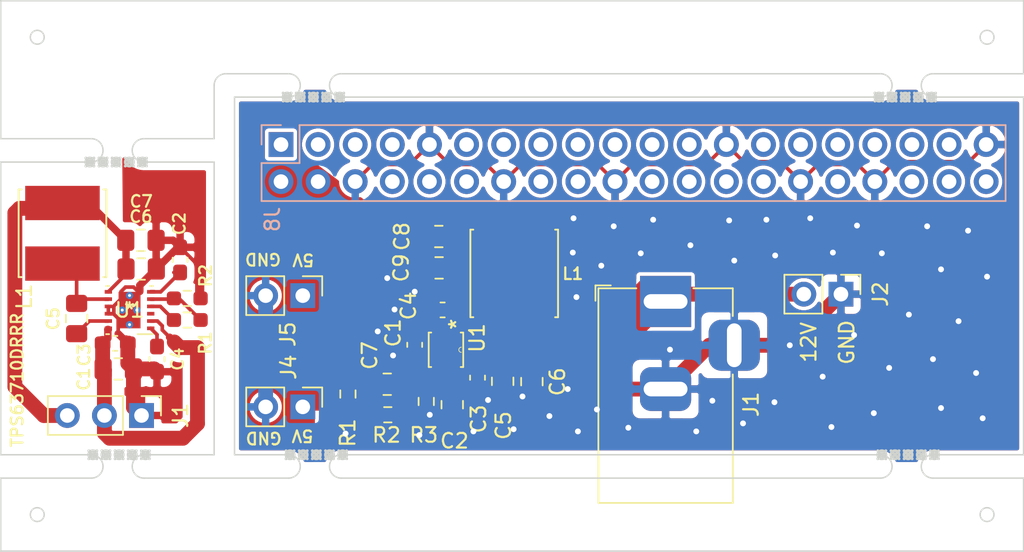
<source format=kicad_pcb>
(kicad_pcb (version 20171130) (host pcbnew "(5.1.6-0-10_14)")
  (layers (0 F.Cu signal hide) (31 B.Cu signal hide) (34 B.Paste user hide) (35 F.Paste user) (36 B.SilkS user hide) (37 F.SilkS user) (38 B.Mask user hide) (39 F.Mask user) (44 Edge.Cuts user))
  (net 0 "")
  (net 1 GND)
  (net 2 12V)
  (net 3 5V)
  (net 4 "Net-(J8-Pad40)")
  (net 5 "Net-(J8-Pad38)")
  (net 6 "Net-(J8-Pad37)")
  (net 7 "Net-(J8-Pad36)")
  (net 8 "Net-(J8-Pad35)")
  (net 9 "Net-(J8-Pad33)")
  (net 10 "Net-(J8-Pad32)")
  (net 11 "Net-(J8-Pad31)")
  (net 12 "Net-(J8-Pad29)")
  (net 13 "Net-(J8-Pad28)")
  (net 14 "Net-(J8-Pad27)")
  (net 15 "Net-(J8-Pad26)")
  (net 16 "Net-(J8-Pad24)")
  (net 17 "Net-(J8-Pad23)")
  (net 18 "Net-(J8-Pad22)")
  (net 19 "Net-(J8-Pad21)")
  (net 20 "Net-(J8-Pad19)")
  (net 21 "Net-(J8-Pad18)")
  (net 22 "Net-(J8-Pad17)")
  (net 23 "Net-(J8-Pad16)")
  (net 24 "Net-(J8-Pad15)")
  (net 25 "Net-(J8-Pad13)")
  (net 26 "Net-(J8-Pad12)")
  (net 27 "Net-(J8-Pad11)")
  (net 28 "Net-(J8-Pad10)")
  (net 29 "Net-(J8-Pad8)")
  (net 30 "Net-(J8-Pad7)")
  (net 31 "Net-(J8-Pad5)")
  (net 32 "Net-(J8-Pad3)")
  (net 33 "Net-(J8-Pad1)")
  (net 34 /SS)
  (net 35 "Net-(C2-Pad2)")
  (net 36 "Net-(C4-Pad1)")
  (net 37 "Net-(C4-Pad2)")
  (net 38 /FB)
  (net 39 "Net-(R1-Pad2)")
  (net 40 3V3)
  (net 41 "Net-(C2-Pad1)")
  (net 42 "Net-(C5-Pad1)")
  (net 43 "Net-(C5-Pad2)")
  (net 44 -1V)
  (net 45 "Net-(R1-Pad1)")
  (net 46 "Net-(U1-Pad3)")
  (module Ninja-qPCR:BD9D323QWZ-E2 (layer F.Cu) (at 137.97 79.31 270)
    (fp_text reference U1 (at -0.81 -2.13 270) (layer F.SilkS))
    (fp_text value UMMP008Z2020_ROM hide)
    (fp_text user * (at -1.75 -0.75 270) (layer F.SilkS))
    (pad 1 smd rect (at -0.775 -0.599999 270) (size 0.4572 0.254) (layers F.Cu F.Paste F.Mask) (net 2 12V))
    (pad 2 smd rect (at -0.775 -0.2 270) (size 0.4572 0.254) (layers F.Cu F.Paste F.Mask) (net 37 "Net-(C4-Pad2)"))
    (pad 3 smd rect (at -0.775 0.2 270) (size 0.4572 0.254) (layers F.Cu F.Paste F.Mask) (net 36 "Net-(C4-Pad1)"))
    (pad 4 smd rect (at -0.775 0.599999 270) (size 0.4572 0.254) (layers F.Cu F.Paste F.Mask) (net 1 GND))
    (pad 5 smd rect (at 0.775 0.599999 270) (size 0.4572 0.254) (layers F.Cu F.Paste F.Mask) (net 34 /SS))
    (pad 6 smd rect (at 0.775 0.2 270) (size 0.4572 0.254) (layers F.Cu F.Paste F.Mask) (net 38 /FB))
    (pad 7 smd rect (at 0.775 -0.2 270) (size 0.4572 0.254) (layers F.Cu F.Paste F.Mask) (net 35 "Net-(C2-Pad2)"))
    (pad 8 smd rect (at 0.775 -0.599999 270) (size 0.4572 0.254) (layers F.Cu F.Paste F.Mask) (net 2 12V))
    (pad 9 smd rect (at 0 0.648 270) (size 0.8382 0.7112) (layers F.Cu F.Paste F.Mask) (net 1 GND))
  )
  (module Capacitor_SMD:C_0805_2012Metric_Pad1.18x1.45mm_HandSolder (layer F.Cu) (at 137.48 71.55)
    (fp_text reference C8 (at -2.53 0 -90) (layer F.SilkS))
    (fp_text value 22uF)
    (pad 1 smd roundrect (at -1.0375 0) (size 1.175 1.45) (layers F.Cu F.Paste F.Mask) (roundrect_rratio 0.212766) (net 1 GND))
    (pad 2 smd roundrect (at 1.0375 0) (size 1.175 1.45) (layers F.Cu F.Paste F.Mask) (roundrect_rratio 0.212766) (net 3 5V))
  )
  (module Pin_Headers:Pin_Header_Straight_2x20_Pitch2.54mm (layer B.Cu) (at 126.68 65.25 270)
    (fp_text reference J8 (at 5.13 0.59 270) (layer B.SilkS) (effects (justify mirror)))
    (fp_text value Conn_02x20_Odd_Even)
    (pad 40 thru_hole oval (at 2.54 -48.26 270) (size 1.7 1.7) (drill 1) (layers *.Cu *.Mask) (net 4 "Net-(J8-Pad40)"))
    (pad 39 thru_hole oval (at 0 -48.26 270) (size 1.7 1.7) (drill 1) (layers *.Cu *.Mask) (net 1 GND))
    (pad 38 thru_hole oval (at 2.54 -45.72 270) (size 1.7 1.7) (drill 1) (layers *.Cu *.Mask) (net 5 "Net-(J8-Pad38)"))
    (pad 37 thru_hole oval (at 0 -45.72 270) (size 1.7 1.7) (drill 1) (layers *.Cu *.Mask) (net 6 "Net-(J8-Pad37)"))
    (pad 36 thru_hole oval (at 2.54 -43.18 270) (size 1.7 1.7) (drill 1) (layers *.Cu *.Mask) (net 7 "Net-(J8-Pad36)"))
    (pad 35 thru_hole oval (at 0 -43.18 270) (size 1.7 1.7) (drill 1) (layers *.Cu *.Mask) (net 8 "Net-(J8-Pad35)"))
    (pad 34 thru_hole oval (at 2.54 -40.64 270) (size 1.7 1.7) (drill 1) (layers *.Cu *.Mask) (net 1 GND))
    (pad 33 thru_hole oval (at 0 -40.64 270) (size 1.7 1.7) (drill 1) (layers *.Cu *.Mask) (net 9 "Net-(J8-Pad33)"))
    (pad 32 thru_hole oval (at 2.54 -38.1 270) (size 1.7 1.7) (drill 1) (layers *.Cu *.Mask) (net 10 "Net-(J8-Pad32)"))
    (pad 31 thru_hole oval (at 0 -38.1 270) (size 1.7 1.7) (drill 1) (layers *.Cu *.Mask) (net 11 "Net-(J8-Pad31)"))
    (pad 30 thru_hole oval (at 2.54 -35.56 270) (size 1.7 1.7) (drill 1) (layers *.Cu *.Mask) (net 1 GND))
    (pad 29 thru_hole oval (at 0 -35.56 270) (size 1.7 1.7) (drill 1) (layers *.Cu *.Mask) (net 12 "Net-(J8-Pad29)"))
    (pad 28 thru_hole oval (at 2.54 -33.02 270) (size 1.7 1.7) (drill 1) (layers *.Cu *.Mask) (net 13 "Net-(J8-Pad28)"))
    (pad 27 thru_hole oval (at 0 -33.02 270) (size 1.7 1.7) (drill 1) (layers *.Cu *.Mask) (net 14 "Net-(J8-Pad27)"))
    (pad 26 thru_hole oval (at 2.54 -30.48 270) (size 1.7 1.7) (drill 1) (layers *.Cu *.Mask) (net 15 "Net-(J8-Pad26)"))
    (pad 25 thru_hole oval (at 0 -30.48 270) (size 1.7 1.7) (drill 1) (layers *.Cu *.Mask) (net 1 GND))
    (pad 24 thru_hole oval (at 2.54 -27.94 270) (size 1.7 1.7) (drill 1) (layers *.Cu *.Mask) (net 16 "Net-(J8-Pad24)"))
    (pad 23 thru_hole oval (at 0 -27.94 270) (size 1.7 1.7) (drill 1) (layers *.Cu *.Mask) (net 17 "Net-(J8-Pad23)"))
    (pad 22 thru_hole oval (at 2.54 -25.4 270) (size 1.7 1.7) (drill 1) (layers *.Cu *.Mask) (net 18 "Net-(J8-Pad22)"))
    (pad 21 thru_hole oval (at 0 -25.4 270) (size 1.7 1.7) (drill 1) (layers *.Cu *.Mask) (net 19 "Net-(J8-Pad21)"))
    (pad 20 thru_hole oval (at 2.54 -22.86 270) (size 1.7 1.7) (drill 1) (layers *.Cu *.Mask) (net 1 GND))
    (pad 19 thru_hole oval (at 0 -22.86 270) (size 1.7 1.7) (drill 1) (layers *.Cu *.Mask) (net 20 "Net-(J8-Pad19)"))
    (pad 18 thru_hole oval (at 2.54 -20.32 270) (size 1.7 1.7) (drill 1) (layers *.Cu *.Mask) (net 21 "Net-(J8-Pad18)"))
    (pad 17 thru_hole oval (at 0 -20.32 270) (size 1.7 1.7) (drill 1) (layers *.Cu *.Mask) (net 22 "Net-(J8-Pad17)"))
    (pad 16 thru_hole oval (at 2.54 -17.78 270) (size 1.7 1.7) (drill 1) (layers *.Cu *.Mask) (net 23 "Net-(J8-Pad16)"))
    (pad 15 thru_hole oval (at 0 -17.78 270) (size 1.7 1.7) (drill 1) (layers *.Cu *.Mask) (net 24 "Net-(J8-Pad15)"))
    (pad 14 thru_hole oval (at 2.54 -15.24 270) (size 1.7 1.7) (drill 1) (layers *.Cu *.Mask) (net 1 GND))
    (pad 13 thru_hole oval (at 0 -15.24 270) (size 1.7 1.7) (drill 1) (layers *.Cu *.Mask) (net 25 "Net-(J8-Pad13)"))
    (pad 12 thru_hole oval (at 2.54 -12.7 270) (size 1.7 1.7) (drill 1) (layers *.Cu *.Mask) (net 26 "Net-(J8-Pad12)"))
    (pad 11 thru_hole oval (at 0 -12.7 270) (size 1.7 1.7) (drill 1) (layers *.Cu *.Mask) (net 27 "Net-(J8-Pad11)"))
    (pad 10 thru_hole oval (at 2.54 -10.16 270) (size 1.7 1.7) (drill 1) (layers *.Cu *.Mask) (net 28 "Net-(J8-Pad10)"))
    (pad 9 thru_hole oval (at 0 -10.16 270) (size 1.7 1.7) (drill 1) (layers *.Cu *.Mask) (net 1 GND))
    (pad 8 thru_hole oval (at 2.54 -7.62 270) (size 1.7 1.7) (drill 1) (layers *.Cu *.Mask) (net 29 "Net-(J8-Pad8)"))
    (pad 7 thru_hole oval (at 0 -7.62 270) (size 1.7 1.7) (drill 1) (layers *.Cu *.Mask) (net 30 "Net-(J8-Pad7)"))
    (pad 6 thru_hole oval (at 2.54 -5.08 270) (size 1.7 1.7) (drill 1) (layers *.Cu *.Mask) (net 1 GND))
    (pad 5 thru_hole oval (at 0 -5.08 270) (size 1.7 1.7) (drill 1) (layers *.Cu *.Mask) (net 31 "Net-(J8-Pad5)"))
    (pad 4 thru_hole oval (at 2.54 -2.54 270) (size 1.7 1.7) (drill 1) (layers *.Cu *.Mask) (net 3 5V))
    (pad 3 thru_hole oval (at 0 -2.54 270) (size 1.7 1.7) (drill 1) (layers *.Cu *.Mask) (net 32 "Net-(J8-Pad3)"))
    (pad 2 thru_hole oval (at 2.54 0 270) (size 1.7 1.7) (drill 1) (layers *.Cu *.Mask) (net 3 5V))
    (pad 1 thru_hole rect (at 0 0 270) (size 1.7 1.7) (drill 1) (layers *.Cu *.Mask) (net 33 "Net-(J8-Pad1)"))
  )
  (module Connector_BarrelJack:BarrelJack_Horizontal (layer F.Cu) (at 153 76 90)
    (fp_text reference J1 (at -7.05 5.85 90) (layer F.SilkS))
    (fp_text value Barrel_Jack_Switch)
    (pad 3 thru_hole roundrect (at -3 4.7 90) (size 3.5 3.5) (drill oval 3 1) (layers *.Cu *.Mask) (net 1 GND))
    (pad 2 thru_hole roundrect (at -6 0 90) (size 3 3.5) (drill oval 1 3) (layers *.Cu *.Mask) (net 1 GND))
    (pad 1 thru_hole rect (at 0 0 90) (size 3.5 3.5) (drill oval 1 3) (layers *.Cu *.Mask) (net 2 12V))
  )
  (module Pin_Headers:Pin_Header_Straight_1x02_Pitch2.54mm (layer F.Cu) (at 165 75.5 270)
    (fp_text reference J2 (at 0 -2.7 90) (layer F.SilkS))
    (fp_text value Conn_01x02_Female)
    (pad 1 thru_hole rect (at 0 0 270) (size 1.7 1.7) (drill 1) (layers *.Cu *.Mask) (net 1 GND))
    (pad 2 thru_hole oval (at 0 2.54 270) (size 1.7 1.7) (drill 1) (layers *.Cu *.Mask) (net 2 12V))
  )
  (module Pin_Headers:Pin_Header_Straight_1x02_Pitch2.54mm (layer F.Cu) (at 128.17 83.22 270)
    (fp_text reference J4 (at -2.72 0.97 90) (layer F.SilkS))
    (fp_text value Conn_01x02_Female)
    (pad 1 thru_hole rect (at 0 0 270) (size 1.7 1.7) (drill 1) (layers *.Cu *.Mask) (net 3 5V))
    (pad 2 thru_hole oval (at 0 2.54 270) (size 1.7 1.7) (drill 1) (layers *.Cu *.Mask) (net 1 GND))
  )
  (module Pin_Headers:Pin_Header_Straight_1x02_Pitch2.54mm (layer F.Cu) (at 128.17 75.6 270)
    (fp_text reference J5 (at 2.65 1.02 90) (layer F.SilkS))
    (fp_text value Conn_01x02_Female)
    (pad 1 thru_hole rect (at 0 0 270) (size 1.7 1.7) (drill 1) (layers *.Cu *.Mask) (net 3 5V))
    (pad 2 thru_hole oval (at 0 2.54 270) (size 1.7 1.7) (drill 1) (layers *.Cu *.Mask) (net 1 GND))
  )
  (module Capacitor_SMD:C_0603_1608Metric_Pad1.08x0.95mm_HandSolder (layer F.Cu) (at 135.83 78.97 270)
    (fp_text reference C1 (at -0.82 1.48 90) (layer F.SilkS))
    (fp_text value 330pF)
    (pad 2 smd roundrect (at 0.8625 0 270) (size 1.075 0.95) (layers F.Cu F.Paste F.Mask) (net 34 /SS))
    (pad 1 smd roundrect (at -0.8625 0 270) (size 1.075 0.95) (layers F.Cu F.Paste F.Mask) (net 1 GND))
  )
  (module Capacitor_SMD:C_0805_2012Metric_Pad1.18x1.45mm_HandSolder (layer F.Cu) (at 138.4 83.07 90)
    (fp_text reference C2 (at -2.48 0.15) (layer F.SilkS))
    (fp_text value 1uF)
    (pad 2 smd roundrect (at 1.0375 0 90) (size 1.175 1.45) (layers F.Cu F.Paste F.Mask) (roundrect_rratio 0.212766) (net 35 "Net-(C2-Pad2)"))
    (pad 1 smd roundrect (at -1.0375 0 90) (size 1.175 1.45) (layers F.Cu F.Paste F.Mask) (roundrect_rratio 0.212766) (net 1 GND))
  )
  (module Capacitor_SMD:C_0603_1608Metric_Pad1.08x0.95mm_HandSolder (layer F.Cu) (at 140.13 81.22 90)
    (fp_text reference C3 (at -2.83 0.07 90) (layer F.SilkS))
    (fp_text value 0.1uF)
    (pad 1 smd roundrect (at -0.8625 0 90) (size 1.075 0.95) (layers F.Cu F.Paste F.Mask) (net 1 GND))
    (pad 2 smd roundrect (at 0.8625 0 90) (size 1.075 0.95) (layers F.Cu F.Paste F.Mask) (net 2 12V))
  )
  (module Capacitor_SMD:C_0603_1608Metric_Pad1.08x0.95mm_HandSolder (layer F.Cu) (at 137.74 76.58)
    (fp_text reference C4 (at -2.34 -0.28 -90) (layer F.SilkS))
    (fp_text value 0.1uF)
    (pad 1 smd roundrect (at -0.8625 0) (size 1.075 0.95) (layers F.Cu F.Paste F.Mask) (net 36 "Net-(C4-Pad1)"))
    (pad 2 smd roundrect (at 0.8625 0) (size 1.075 0.95) (layers F.Cu F.Paste F.Mask) (net 37 "Net-(C4-Pad2)"))
  )
  (module Capacitor_SMD:C_0805_2012Metric_Pad1.18x1.45mm_HandSolder (layer F.Cu) (at 141.85 81.47 90)
    (fp_text reference C5 (at -3.03 0.05 90) (layer F.SilkS))
    (fp_text value 10uF)
    (pad 1 smd roundrect (at -1.0375 0 90) (size 1.175 1.45) (layers F.Cu F.Paste F.Mask) (roundrect_rratio 0.212766) (net 1 GND))
    (pad 2 smd roundrect (at 1.0375 0 90) (size 1.175 1.45) (layers F.Cu F.Paste F.Mask) (roundrect_rratio 0.212766) (net 2 12V))
  )
  (module Capacitor_SMD:C_0805_2012Metric_Pad1.18x1.45mm_HandSolder (layer F.Cu) (at 143.85 81.49 90)
    (fp_text reference C6 (at -0.01 1.75 90) (layer F.SilkS))
    (fp_text value 10uF)
    (pad 2 smd roundrect (at 1.0375 0 90) (size 1.175 1.45) (layers F.Cu F.Paste F.Mask) (roundrect_rratio 0.212766) (net 2 12V))
    (pad 1 smd roundrect (at -1.0375 0 90) (size 1.175 1.45) (layers F.Cu F.Paste F.Mask) (roundrect_rratio 0.212766) (net 1 GND))
  )
  (module Capacitor_SMD:C_0805_2012Metric_Pad1.18x1.45mm_HandSolder (layer F.Cu) (at 133.95 81.67 180)
    (fp_text reference C7 (at 1.2 1.97 270) (layer F.SilkS))
    (fp_text value 22pF)
    (pad 1 smd roundrect (at -1.0375 0 180) (size 1.175 1.45) (layers F.Cu F.Paste F.Mask) (roundrect_rratio 0.212766) (net 38 /FB))
    (pad 2 smd roundrect (at 1.0375 0 180) (size 1.175 1.45) (layers F.Cu F.Paste F.Mask) (roundrect_rratio 0.212766) (net 3 5V))
  )
  (module Capacitor_SMD:C_0805_2012Metric_Pad1.18x1.45mm_HandSolder (layer F.Cu) (at 137.5 73.7)
    (fp_text reference C9 (at -2.6 0 -90) (layer F.SilkS))
    (fp_text value 22uF)
    (pad 2 smd roundrect (at 1.0375 0) (size 1.175 1.45) (layers F.Cu F.Paste F.Mask) (roundrect_rratio 0.212766) (net 3 5V))
    (pad 1 smd roundrect (at -1.0375 0) (size 1.175 1.45) (layers F.Cu F.Paste F.Mask) (roundrect_rratio 0.212766) (net 1 GND))
  )
  (module Ninja-qPCR:SRN6045TA-3R3Y (layer F.Cu) (at 142.64 74.08 270)
    (fp_text reference L1 (at 0.02 -4.01) (layer F.SilkS) (effects (font (size 0.8 0.8))))
    (fp_text value 3.3uF)
    (pad 2 smd rect (at 2.075 0 270) (size 2.35 5.1) (layers F.Cu F.Paste F.Mask) (net 36 "Net-(C4-Pad1)"))
    (pad 1 smd rect (at -2.075 0 270) (size 2.35 5.1) (layers F.Cu F.Paste F.Mask) (net 3 5V))
  )
  (module Resistor_SMD:R_0603_1608Metric_Pad0.98x0.95mm_HandSolder (layer F.Cu) (at 131.26 82.34 270)
    (fp_text reference R1 (at 2.66 0.01 90) (layer F.SilkS))
    (fp_text value 1.8k)
    (pad 1 smd roundrect (at -0.9125 0 270) (size 0.975 0.95) (layers F.Cu F.Paste F.Mask) (net 3 5V))
    (pad 2 smd roundrect (at 0.9125 0 270) (size 0.975 0.95) (layers F.Cu F.Paste F.Mask) (net 39 "Net-(R1-Pad2)"))
  )
  (module Resistor_SMD:R_0603_1608Metric_Pad0.98x0.95mm_HandSolder (layer F.Cu) (at 133.99 83.76)
    (fp_text reference R2 (at -0.09 1.39) (layer F.SilkS))
    (fp_text value 120k)
    (pad 1 smd roundrect (at -0.9125 0) (size 0.975 0.95) (layers F.Cu F.Paste F.Mask) (net 39 "Net-(R1-Pad2)"))
    (pad 2 smd roundrect (at 0.9125 0) (size 0.975 0.95) (layers F.Cu F.Paste F.Mask) (net 38 /FB))
  )
  (module Resistor_SMD:R_0603_1608Metric_Pad0.98x0.95mm_HandSolder (layer F.Cu) (at 136.62 82.85 270)
    (fp_text reference R3 (at 2.3 0.17) (layer F.SilkS))
    (fp_text value 22k)
    (pad 2 smd roundrect (at 0.9125 0 270) (size 0.975 0.95) (layers F.Cu F.Paste F.Mask) (net 1 GND))
    (pad 1 smd roundrect (at -0.9125 0 270) (size 0.975 0.95) (layers F.Cu F.Paste F.Mask) (net 38 /FB))
  )
  (module Capacitor_SMD:C_0805_2012Metric_Pad1.18x1.45mm_HandSolder (layer F.Cu) (at 115.545 80.62)
    (fp_text reference C1 (at -2.36 0.7 -270) (layer F.SilkS) (effects (font (size 0.8 0.8))))
    (fp_text value 22uF)
    (pad 1 smd roundrect (at -1.0375 0) (size 1.175 1.45) (layers F.Cu F.Paste F.Mask) (roundrect_rratio 0.212766) (net 40 3V3))
    (pad 2 smd roundrect (at 1.0375 0) (size 1.175 1.45) (layers F.Cu F.Paste F.Mask) (roundrect_rratio 0.212766) (net 1 GND))
  )
  (module Capacitor_SMD:C_0603_1608Metric_Pad1.08x0.95mm_HandSolder (layer F.Cu) (at 119.775 73.15 90)
    (fp_text reference C2 (at 2.48 -0.05 90) (layer F.SilkS) (effects (font (size 0.8 0.8))))
    (fp_text value 1uF)
    (pad 2 smd roundrect (at 0.8625 0 90) (size 1.075 0.95) (layers F.Cu F.Paste F.Mask) (net 1 GND))
    (pad 1 smd roundrect (at -0.8625 0 90) (size 1.075 0.95) (layers F.Cu F.Paste F.Mask) (net 41 "Net-(C2-Pad1)"))
  )
  (module Capacitor_SMD:C_0603_1608Metric_Pad1.08x0.95mm_HandSolder (layer F.Cu) (at 115.335 78.87)
    (fp_text reference C3 (at -2.13 0.79 -90) (layer F.SilkS) (effects (font (size 0.8 0.8))))
    (fp_text value 2.2uF)
    (pad 1 smd roundrect (at -0.8625 0) (size 1.075 0.95) (layers F.Cu F.Paste F.Mask) (net 40 3V3))
    (pad 2 smd roundrect (at 0.8625 0) (size 1.075 0.95) (layers F.Cu F.Paste F.Mask) (net 1 GND))
  )
  (module Capacitor_SMD:C_0603_1608Metric_Pad1.08x0.95mm_HandSolder (layer F.Cu) (at 118.195 79.95 270)
    (fp_text reference C4 (at 0 -1.41 90) (layer F.SilkS) (effects (font (size 0.8 0.8))))
    (fp_text value 220nF)
    (pad 1 smd roundrect (at -0.8625 0 270) (size 1.075 0.95) (layers F.Cu F.Paste F.Mask) (net 36 "Net-(C4-Pad1)"))
    (pad 2 smd roundrect (at 0.8625 0 270) (size 1.075 0.95) (layers F.Cu F.Paste F.Mask) (net 1 GND))
  )
  (module Capacitor_SMD:C_0805_2012Metric_Pad1.18x1.45mm_HandSolder (layer F.Cu) (at 112.695 77.17 90)
    (fp_text reference C5 (at -0.01 -1.61 90) (layer F.SilkS) (effects (font (size 0.8 0.8))))
    (fp_text value 10uF)
    (pad 1 smd roundrect (at -1.0375 0 90) (size 1.175 1.45) (layers F.Cu F.Paste F.Mask) (roundrect_rratio 0.212766) (net 42 "Net-(C5-Pad1)"))
    (pad 2 smd roundrect (at 1.0375 0 90) (size 1.175 1.45) (layers F.Cu F.Paste F.Mask) (roundrect_rratio 0.212766) (net 43 "Net-(C5-Pad2)"))
  )
  (module Capacitor_SMD:C_0805_2012Metric_Pad1.18x1.45mm_HandSolder (layer F.Cu) (at 117.110001 73.775001)
    (fp_text reference C6 (at -0.015001 -3.585001) (layer F.SilkS) (effects (font (size 0.8 0.8))))
    (fp_text value 22uF)
    (pad 2 smd roundrect (at 1.0375 0) (size 1.175 1.45) (layers F.Cu F.Paste F.Mask) (roundrect_rratio 0.212766) (net 1 GND))
    (pad 1 smd roundrect (at -1.0375 0) (size 1.175 1.45) (layers F.Cu F.Paste F.Mask) (roundrect_rratio 0.212766) (net 44 -1V))
  )
  (module Capacitor_SMD:C_0805_2012Metric_Pad1.18x1.45mm_HandSolder (layer F.Cu) (at 117.095 71.81)
    (fp_text reference C7 (at 0.02 -2.66) (layer F.SilkS) (effects (font (size 0.8 0.8))))
    (fp_text value 22uF)
    (pad 2 smd roundrect (at 1.0375 0) (size 1.175 1.45) (layers F.Cu F.Paste F.Mask) (roundrect_rratio 0.212766) (net 1 GND))
    (pad 1 smd roundrect (at -1.0375 0) (size 1.175 1.45) (layers F.Cu F.Paste F.Mask) (roundrect_rratio 0.212766) (net 44 -1V))
  )
  (module Pin_Headers:Pin_Header_Straight_1x03_Pitch2.54mm (layer F.Cu) (at 117.135 83.81 270)
    (fp_text reference J1 (at 0 -2.67 90) (layer F.SilkS))
    (fp_text value Conn_01x03_Female)
    (pad 3 thru_hole oval (at 0 5.08 270) (size 1.7 1.7) (drill 1) (layers *.Cu *.Mask) (net 44 -1V))
    (pad 2 thru_hole oval (at 0 2.54 270) (size 1.7 1.7) (drill 1) (layers *.Cu *.Mask) (net 40 3V3))
    (pad 1 thru_hole rect (at 0 0 270) (size 1.7 1.7) (drill 1) (layers *.Cu *.Mask) (net 1 GND))
  )
  (module Ninja-qPCR:SRN6045TA-3R3Y (layer F.Cu) (at 111.725 71.33 90)
    (fp_text reference L1 (at -4.34 -2.62 90) (layer F.SilkS))
    (fp_text value 22uH)
    (pad 2 smd rect (at 2.075 0 90) (size 2.35 5.1) (layers F.Cu F.Paste F.Mask) (net 44 -1V))
    (pad 1 smd rect (at -2.075 0 90) (size 2.35 5.1) (layers F.Cu F.Paste F.Mask) (net 43 "Net-(C5-Pad2)"))
  )
  (module Resistor_SMD:R_0603_1608Metric_Pad0.98x0.95mm_HandSolder (layer F.Cu) (at 120.265 77.27)
    (fp_text reference R1 (at 1.23 1.57 -90) (layer F.SilkS) (effects (font (size 0.8 0.8))))
    (fp_text value 51.1k)
    (pad 1 smd roundrect (at -0.9125 0) (size 0.975 0.95) (layers F.Cu F.Paste F.Mask) (net 45 "Net-(R1-Pad1)"))
    (pad 2 smd roundrect (at 0.9125 0) (size 0.975 0.95) (layers F.Cu F.Paste F.Mask) (net 39 "Net-(R1-Pad2)"))
  )
  (module Resistor_SMD:R_0603_1608Metric_Pad0.98x0.95mm_HandSolder (layer F.Cu) (at 120.265 75.79)
    (fp_text reference R2 (at 1.25 -1.56 -90) (layer F.SilkS) (effects (font (size 0.8 0.8))))
    (fp_text value 180k)
    (pad 2 smd roundrect (at 0.9125 0) (size 0.975 0.95) (layers F.Cu F.Paste F.Mask) (net 1 GND))
    (pad 1 smd roundrect (at -0.9125 0) (size 0.975 0.95) (layers F.Cu F.Paste F.Mask) (net 39 "Net-(R1-Pad2)"))
  )
  (module Ninja-qPCR:TPS63710DRRR (layer F.Cu) (at 116.315 76.59 180)
    (fp_text reference U1 (at 0 0) (layer F.SilkS))
    (fp_text value TPS63710DRRR (at 7.69 -4.79 270) (layer F.SilkS) (effects (font (size 0.8 0.8))))
    (fp_text user * (at 0 0) (layer F.SilkS))
    (pad V thru_hole circle (at -0.499999 0 180) (size 0.499999 0.499999) (drill 0.2032) (layers *.Cu *.Mask) (net 1 GND))
    (pad V thru_hole circle (at 0 1.000001 180) (size 0.499999 0.499999) (drill 0.2032) (layers *.Cu *.Mask) (net 1 GND))
    (pad V thru_hole circle (at 0.499999 0 180) (size 0.499999 0.499999) (drill 0.2032) (layers *.Cu *.Mask) (net 1 GND))
    (pad V thru_hole circle (at 0 -1.000001 180) (size 0.499999 0.499999) (drill 0.2032) (layers *.Cu *.Mask) (net 1 GND))
    (pad 13 smd rect (at 0 0 180) (size 1.5 2.5) (layers F.Cu F.Paste F.Mask) (net 1 GND))
    (pad 12 smd rect (at 1.45 -1.25 180) (size 0.499999 0.249999) (layers F.Cu F.Paste F.Mask) (net 40 3V3))
    (pad 11 smd rect (at 1.45 -0.750001 180) (size 0.499999 0.249999) (layers F.Cu F.Paste F.Mask) (net 42 "Net-(C5-Pad1)"))
    (pad 10 smd rect (at 1.45 -0.25 180) (size 0.499999 0.249999) (layers F.Cu F.Paste F.Mask) (net 1 GND))
    (pad 9 smd rect (at 1.45 0.25 180) (size 0.499999 0.249999) (layers F.Cu F.Paste F.Mask) (net 1 GND))
    (pad 8 smd rect (at 1.45 0.750001 180) (size 0.499999 0.249999) (layers F.Cu F.Paste F.Mask) (net 43 "Net-(C5-Pad2)"))
    (pad 7 smd rect (at 1.45 1.25 180) (size 0.499999 0.249999) (layers F.Cu F.Paste F.Mask) (net 44 -1V))
    (pad 6 smd rect (at -1.45 1.25 180) (size 0.499999 0.249999) (layers F.Cu F.Paste F.Mask) (net 41 "Net-(C2-Pad1)"))
    (pad 5 smd rect (at -1.45 0.750001 180) (size 0.499999 0.249999) (layers F.Cu F.Paste F.Mask) (net 39 "Net-(R1-Pad2)"))
    (pad 4 smd rect (at -1.45 0.25 180) (size 0.499999 0.249999) (layers F.Cu F.Paste F.Mask) (net 45 "Net-(R1-Pad1)"))
    (pad 3 smd rect (at -1.45 -0.25 180) (size 0.499999 0.249999) (layers F.Cu F.Paste F.Mask) (net 46 "Net-(U1-Pad3)"))
    (pad 2 smd rect (at -1.45 -0.750001 180) (size 0.499999 0.249999) (layers F.Cu F.Paste F.Mask) (net 40 3V3))
    (pad 1 smd rect (at -1.45 -1.25 180) (size 0.499999 0.249999) (layers F.Cu F.Paste F.Mask) (net 36 "Net-(C4-Pad1)"))
  )
  (gr_circle (center 110 57.9) (end 110 57.425) (layer Edge.Cuts) (width 0.1))
  (gr_line (start 130.8 88.1) (end 167.7 88.1) (layer Edge.Cuts) (width 0.1))
  (gr_line (start 127.2 60.4) (end 122.905 60.4) (layer Edge.Cuts) (width 0.1))
  (gr_line (start 130.8 62) (end 167.7 62) (layer Edge.Cuts) (width 0.1))
  (target x (at 128 62) (size 0.55) (width 0.2) (layer Edge.Cuts))
  (target x (at 130.7 62) (size 0.55) (width 0.2) (layer Edge.Cuts))
  (target x (at 128.9 62) (size 0.55) (width 0.2) (layer Edge.Cuts))
  (target x (at 127.1 62) (size 0.55) (width 0.2) (layer Edge.Cuts))
  (target x (at 129.8 62) (size 0.55) (width 0.2) (layer Edge.Cuts))
  (gr_arc (start 127.2 61.2) (end 127.2 62) (angle -180) (layer Edge.Cuts) (width 0.1))
  (gr_arc (start 130.8 61.2) (end 130.8 60.4) (angle -180) (layer Edge.Cuts) (width 0.1))
  (target x (at 130 86.5) (size 0.55) (width 0.2) (layer Edge.Cuts))
  (target x (at 129.1 86.5) (size 0.55) (width 0.2) (layer Edge.Cuts))
  (target x (at 127.3 86.5) (size 0.55) (width 0.2) (layer Edge.Cuts))
  (target x (at 128.2 86.5) (size 0.55) (width 0.2) (layer Edge.Cuts))
  (target x (at 130.9 86.5) (size 0.55) (width 0.2) (layer Edge.Cuts))
  (gr_arc (start 130.8 87.3) (end 130.8 86.5) (angle -180) (layer Edge.Cuts) (width 0.1))
  (gr_arc (start 127.2 87.3) (end 127.2 88.1) (angle -180) (layer Edge.Cuts) (width 0.1))
  (gr_line (start 113.7 86.5) (end 107.5 86.5) (layer Edge.Cuts) (width 0.1))
  (gr_line (start 171.3 62) (end 177.5 62) (layer Edge.Cuts) (width 0.1))
  (gr_line (start 171.3 86.5) (end 177.5 86.5) (layer Edge.Cuts) (width 0.1))
  (gr_line (start 117.3 66.45) (end 122.105 66.45) (layer Edge.Cuts) (width 0.1))
  (gr_line (start 117.3 86.5) (end 122.105 86.5) (layer Edge.Cuts) (width 0.1))
  (gr_arc (start 122.905 61.2) (end 122.905 60.4) (angle -90) (layer Edge.Cuts) (width 0.1))
  (gr_line (start 122.105 61.2) (end 122.105 64.85) (layer Edge.Cuts) (width 0.1))
  (gr_line (start 117.3 64.85) (end 122.105 64.85) (layer Edge.Cuts) (width 0.1))
  (gr_arc (start 113.7 65.65) (end 113.7 66.45) (angle -180) (layer Edge.Cuts) (width 0.1))
  (gr_arc (start 117.3 65.65) (end 117.3 64.85) (angle -180) (layer Edge.Cuts) (width 0.1))
  (target x (at 113.6 66.45) (size 0.55) (width 0.2) (layer Edge.Cuts))
  (gr_line (start 107.5 55.4) (end 107.5 64.85) (layer Edge.Cuts) (width 0.1))
  (target x (at 114.5 66.45) (size 0.55) (width 0.2) (layer Edge.Cuts))
  (gr_line (start 107.5 64.85) (end 113.7 64.85) (layer Edge.Cuts) (width 0.1))
  (target x (at 115.4 66.45) (size 0.55) (width 0.2) (layer Edge.Cuts))
  (target x (at 116.3 66.45) (size 0.55) (width 0.2) (layer Edge.Cuts))
  (target x (at 117.2 66.45) (size 0.55) (width 0.2) (layer Edge.Cuts))
  (gr_line (start 167.7 60.4) (end 130.8 60.4) (layer Edge.Cuts) (width 0.1))
  (gr_arc (start 171.3 61.2) (end 171.3 60.4) (angle -180) (layer Edge.Cuts) (width 0.1))
  (gr_line (start 177.5 60.4) (end 171.3 60.4) (layer Edge.Cuts) (width 0.1))
  (gr_circle (center 175 57.9) (end 175 58.375) (layer Edge.Cuts) (width 0.1))
  (gr_arc (start 167.7 61.2) (end 167.7 62) (angle -180) (layer Edge.Cuts) (width 0.1))
  (gr_line (start 177.5 60.4) (end 177.5 55.4) (layer Edge.Cuts) (width 0.1))
  (target x (at 170.3 62) (size 0.55) (width 0.2) (layer Edge.Cuts))
  (gr_line (start 177.5 55.4) (end 107.5 55.4) (layer Edge.Cuts) (width 0.1))
  (target x (at 167.6 62) (size 0.55) (width 0.2) (layer Edge.Cuts))
  (target x (at 169.4 62) (size 0.55) (width 0.2) (layer Edge.Cuts))
  (target x (at 171.2 62) (size 0.55) (width 0.2) (layer Edge.Cuts))
  (target x (at 168.5 62) (size 0.55) (width 0.2) (layer Edge.Cuts))
  (gr_line (start 123.5 86.5) (end 127.2 86.5) (layer Edge.Cuts) (width 0.1))
  (gr_line (start 123.5 62) (end 127.2 62) (layer Edge.Cuts) (width 0.1))
  (gr_line (start 107.5 66.45) (end 113.7 66.45) (layer Edge.Cuts) (width 0.1))
  (gr_circle (center 110 90.6) (end 110 90.125) (layer Edge.Cuts) (width 0.1))
  (gr_line (start 107.5 93.1) (end 177.5 93.1) (layer Edge.Cuts) (width 0.1))
  (gr_line (start 107.5 88.1) (end 107.5 93.1) (layer Edge.Cuts) (width 0.1))
  (gr_line (start 117.3 88.1) (end 127.2 88.1) (layer Edge.Cuts) (width 0.1))
  (gr_line (start 107.5 88.1) (end 113.7 88.1) (layer Edge.Cuts) (width 0.1))
  (target x (at 116.5 86.5) (size 0.55) (width 0.2) (layer Edge.Cuts))
  (target x (at 115.6 86.5) (size 0.55) (width 0.2) (layer Edge.Cuts))
  (target x (at 113.8 86.5) (size 0.55) (width 0.2) (layer Edge.Cuts))
  (target x (at 114.7 86.5) (size 0.55) (width 0.2) (layer Edge.Cuts))
  (target x (at 117.4 86.5) (size 0.55) (width 0.2) (layer Edge.Cuts))
  (gr_arc (start 117.3 87.3) (end 117.3 86.5) (angle -180) (layer Edge.Cuts) (width 0.1))
  (gr_arc (start 113.7 87.3) (end 113.7 88.1) (angle -180) (layer Edge.Cuts) (width 0.1))
  (gr_arc (start 167.7 87.3) (end 167.7 88.1) (angle -180) (layer Edge.Cuts) (width 0.1))
  (gr_arc (start 171.3 87.3) (end 171.3 86.5) (angle -180) (layer Edge.Cuts) (width 0.1))
  (target x (at 171.4 86.5) (size 0.55) (width 0.2) (layer Edge.Cuts))
  (target x (at 168.7 86.5) (size 0.55) (width 0.2) (layer Edge.Cuts))
  (target x (at 167.8 86.5) (size 0.55) (width 0.2) (layer Edge.Cuts))
  (target x (at 169.6 86.5) (size 0.55) (width 0.2) (layer Edge.Cuts))
  (gr_line (start 177.5 93.1) (end 177.5 88.1) (layer Edge.Cuts) (width 0.1))
  (gr_line (start 177.5 88.1) (end 171.3 88.1) (layer Edge.Cuts) (width 0.1))
  (target x (at 170.5 86.5) (size 0.55) (width 0.2) (layer Edge.Cuts))
  (gr_circle (center 175 90.6) (end 175 91.075) (layer Edge.Cuts) (width 0.1))
  (gr_poly (pts (xy 136.975 81.6) (xy 136.425 81.6) (xy 136.775 81.25) (xy 137.15 81.25) (xy 137.7 80.7) (xy 137.7 80.35) (xy 137.7 80.3) (xy 137.7 80.1) (xy 137.825 80.1) (xy 137.825 80.75)) (layer F.Cu) (width 0.1))
  (gr_poly (pts (xy 148.7 80.7) (xy 139 80.7) (xy 138.6 80.3) (xy 138.6 78.4) (xy 139.3 77.7) (xy 148.2 77.7) (xy 151.4 74.5) (xy 151.4 78)) (layer F.Cu) (width 0.1))
  (gr_line (start 130.8 86.5) (end 167.7 86.5) (layer Edge.Cuts) (width 0.1))
  (gr_line (start 177.5 62) (end 177.5 86.5) (layer Edge.Cuts) (width 0.1))
  (gr_line (start 123.5 86.5) (end 123.5 62) (layer Edge.Cuts) (width 0.1))
  (gr_poly (pts (xy 137.1 79.6) (xy 136.45 78.95) (xy 135.7 78.95) (xy 135.7 77.75) (xy 136.15 77.75) (xy 136.55 78.15) (xy 137.1 78.15) (xy 137.4 78.45) (xy 137.4 79.6)) (layer F.Cu) (width 0.1))
  (gr_poly (pts (xy 135.7 80.2) (xy 135.7 79.5) (xy 136.2 79.5) (xy 136.65 79.95) (xy 137.4 79.95) (xy 137.4 80.2)) (layer F.Cu) (width 0.18))
  (gr_poly (pts (xy 137.8 82.25) (xy 137.8 81.2) (xy 138.15 80.85) (xy 138.15 80.05) (xy 138.2 80.05) (xy 138.2 80.55) (xy 139 81.35) (xy 139 82.25)) (layer F.Cu) (width 0.18))
  (gr_poly (pts (xy 137.75 78.6) (xy 137.75 78.1) (xy 136.55 76.9) (xy 136.55 76.25) (xy 137.25 76.25) (xy 137.25 76.7) (xy 137.8 77.25) (xy 137.8 78.6)) (layer F.Cu) (width 0.18))
  (gr_poly (pts (xy 138.2 78.05) (xy 138.2 78.6) (xy 138.15 78.6) (xy 138.15 76.55) (xy 139.05 76.55) (xy 139.05 77.2)) (layer F.Cu) (width 0.18))
  (gr_text 12V (at 162.8 78.8 90) (layer F.SilkS) (effects (font (size 1 1))))
  (gr_text GND (at 165.4 78.8 90) (layer F.SilkS) (effects (font (size 1 1))))
  (gr_text 5V (at 128.2 73.15 180) (layer F.SilkS) (effects (font (size 0.8 0.8))))
  (gr_text GND (at 125.45 73.1 180) (layer F.SilkS) (effects (font (size 0.8 0.8))))
  (gr_text 5V (at 128.15 85.2 180) (layer F.SilkS) (effects (font (size 0.8 0.8))))
  (gr_text GND (at 125.5 85.35 180) (layer F.SilkS) (effects (font (size 0.8 0.8))))
  (gr_line (start 122.105 66.45) (end 122.105 86.5) (layer Edge.Cuts) (width 0.1))
  (gr_line (start 107.5 86.5) (end 107.5 66.45) (layer Edge.Cuts) (width 0.1))
  (segment (start 125.63 83.22) (end 125.63 75.6) (width 1.016) (layer B.Cu) (net 1))
  (segment (start 135.475001 66.614999) (end 136.84 65.25) (width 0.25) (layer F.Cu) (net 1))
  (segment (start 132.935001 66.614999) (end 135.475001 66.614999) (width 0.25) (layer F.Cu) (net 1))
  (segment (start 131.76 67.79) (end 132.935001 66.614999) (width 0.25) (layer F.Cu) (net 1))
  (segment (start 138.204999 66.614999) (end 140.744999 66.614999) (width 0.25) (layer F.Cu) (net 1))
  (segment (start 140.744999 66.614999) (end 141.92 67.79) (width 0.25) (layer F.Cu) (net 1))
  (segment (start 136.84 65.25) (end 138.204999 66.614999) (width 0.25) (layer F.Cu) (net 1))
  (segment (start 143.095001 66.614999) (end 148.364999 66.614999) (width 0.25) (layer F.Cu) (net 1))
  (segment (start 148.364999 66.614999) (end 149.54 67.79) (width 0.25) (layer F.Cu) (net 1))
  (segment (start 141.92 67.79) (end 143.095001 66.614999) (width 0.25) (layer F.Cu) (net 1))
  (segment (start 150.715001 66.614999) (end 155.795001 66.614999) (width 0.25) (layer F.Cu) (net 1))
  (segment (start 155.795001 66.614999) (end 157.16 65.25) (width 0.25) (layer F.Cu) (net 1))
  (segment (start 149.54 67.79) (end 150.715001 66.614999) (width 0.25) (layer F.Cu) (net 1))
  (segment (start 160.875001 66.425001) (end 162.24 67.79) (width 0.25) (layer F.Cu) (net 1))
  (segment (start 158.335001 66.425001) (end 160.875001 66.425001) (width 0.25) (layer F.Cu) (net 1))
  (segment (start 157.16 65.25) (end 158.335001 66.425001) (width 0.25) (layer F.Cu) (net 1))
  (segment (start 166.144999 66.614999) (end 167.32 67.79) (width 0.25) (layer F.Cu) (net 1))
  (segment (start 163.415001 66.614999) (end 166.144999 66.614999) (width 0.25) (layer F.Cu) (net 1))
  (segment (start 162.24 67.79) (end 163.415001 66.614999) (width 0.25) (layer F.Cu) (net 1))
  (segment (start 173.764999 66.425001) (end 174.94 65.25) (width 0.25) (layer F.Cu) (net 1))
  (segment (start 168.684999 66.425001) (end 173.764999 66.425001) (width 0.25) (layer F.Cu) (net 1))
  (segment (start 167.32 67.79) (end 168.684999 66.425001) (width 0.25) (layer F.Cu) (net 1))
  (segment (start 136.4625 71.57) (end 136.4425 71.55) (width 0.25) (layer F.Cu) (net 1))
  (segment (start 138.4 84.1075) (end 139.8225 84.1075) (width 0.25) (layer F.Cu) (net 1))
  (segment (start 140.13 83.8) (end 140.13 82.0825) (width 0.25) (layer F.Cu) (net 1))
  (segment (start 139.8225 84.1075) (end 140.13 83.8) (width 0.25) (layer F.Cu) (net 1))
  (segment (start 141.425 82.0825) (end 141.85 82.5075) (width 0.25) (layer F.Cu) (net 1))
  (segment (start 140.13 82.0825) (end 141.425 82.0825) (width 0.25) (layer F.Cu) (net 1))
  (segment (start 143.83 82.5075) (end 143.85 82.5275) (width 0.25) (layer F.Cu) (net 1))
  (segment (start 141.85 82.5075) (end 143.2075 82.5075) (width 0.25) (layer F.Cu) (net 1))
  (segment (start 137.315999 79.025201) (end 137.315999 78.535) (width 0.254) (layer F.Cu) (net 1))
  (segment (start 137.322 79.031202) (end 137.315999 79.025201) (width 0.254) (layer F.Cu) (net 1))
  (segment (start 137.322 79.31) (end 137.322 79.031202) (width 0.254) (layer F.Cu) (net 1))
  (segment (start 136.2575 78.535) (end 135.83 78.1075) (width 0.127) (layer F.Cu) (net 1))
  (segment (start 137.370001 78.535) (end 136.2575 78.535) (width 0.127) (layer F.Cu) (net 1))
  (segment (start 136.4425 73.68) (end 136.4625 73.7) (width 0.254) (layer F.Cu) (net 1))
  (segment (start 136.4425 71.55) (end 136.4425 73.68) (width 0.254) (layer F.Cu) (net 1))
  (segment (start 135.83 74.3325) (end 135.83 75.33) (width 0.254) (layer F.Cu) (net 1))
  (segment (start 136.4625 73.7) (end 135.83 74.3325) (width 0.254) (layer F.Cu) (net 1))
  (segment (start 138.055 83.7625) (end 138.4 84.1075) (width 0.254) (layer F.Cu) (net 1))
  (segment (start 136.62 83.7625) (end 136.8625 83.7625) (width 0.254) (layer F.Cu) (net 1))
  (segment (start 161.5 79) (end 161.5 79) (width 1.016) (layer F.Cu) (net 1))
  (segment (start 165 75.5) (end 161.5 79) (width 1.016) (layer F.Cu) (net 1))
  (segment (start 156 79) (end 153 82) (width 1.016) (layer F.Cu) (net 1))
  (segment (start 157.7 79) (end 156 79) (width 1.016) (layer F.Cu) (net 1))
  (segment (start 144.3775 82) (end 143.85 82.5275) (width 1.016) (layer F.Cu) (net 1))
  (segment (start 153 82) (end 146.3 82) (width 1.016) (layer F.Cu) (net 1))
  (segment (start 135.83 75.33) (end 135.83 78.1075) (width 0.254) (layer F.Cu) (net 1))
  (via (at 135.83 75.33) (size 0.8) (drill 0.4) (layers F.Cu B.Cu) (net 1))
  (via (at 156.2 82.8) (size 0.8) (drill 0.4) (layers F.Cu B.Cu) (net 1))
  (via (at 160.45 82.9) (size 0.8) (drill 0.4) (layers F.Cu B.Cu) (net 1))
  (segment (start 161.5 79) (end 157.7 79) (width 1.016) (layer F.Cu) (net 1))
  (via (at 161.5 79) (size 0.8) (drill 0.4) (layers F.Cu B.Cu) (net 1))
  (via (at 163.75 81.15) (size 0.8) (drill 0.4) (layers F.Cu B.Cu) (net 1))
  (via (at 167.8 72.7) (size 0.8) (drill 0.4) (layers F.Cu B.Cu) (net 1))
  (via (at 169.65 76.9) (size 0.8) (drill 0.4) (layers F.Cu B.Cu) (net 1))
  (via (at 165.9 78.3) (size 0.8) (drill 0.4) (layers F.Cu B.Cu) (net 1))
  (via (at 168.3 80.55) (size 0.8) (drill 0.4) (layers F.Cu B.Cu) (net 1))
  (via (at 167.25 83.65) (size 0.8) (drill 0.4) (layers F.Cu B.Cu) (net 1))
  (via (at 164.35 84.6) (size 0.8) (drill 0.4) (layers F.Cu B.Cu) (net 1))
  (via (at 171.85 83.3) (size 0.8) (drill 0.4) (layers F.Cu B.Cu) (net 1))
  (via (at 171.3 79.95) (size 0.8) (drill 0.4) (layers F.Cu B.Cu) (net 1))
  (via (at 174.25 80.9) (size 0.8) (drill 0.4) (layers F.Cu B.Cu) (net 1))
  (via (at 174.7 84) (size 0.8) (drill 0.4) (layers F.Cu B.Cu) (net 1))
  (via (at 173.05 77.35) (size 0.8) (drill 0.4) (layers F.Cu B.Cu) (net 1))
  (via (at 171.85 73.8) (size 0.8) (drill 0.4) (layers F.Cu B.Cu) (net 1))
  (via (at 175 74.3) (size 0.8) (drill 0.4) (layers F.Cu B.Cu) (net 1))
  (via (at 170.9 70.85) (size 0.8) (drill 0.4) (layers F.Cu B.Cu) (net 1))
  (via (at 164.45 72.65) (size 0.8) (drill 0.4) (layers F.Cu B.Cu) (net 1))
  (via (at 166.1 70.8) (size 0.8) (drill 0.4) (layers F.Cu B.Cu) (net 1))
  (via (at 162.9 70.3) (size 0.8) (drill 0.4) (layers F.Cu B.Cu) (net 1))
  (via (at 160.5 72.85) (size 0.8) (drill 0.4) (layers F.Cu B.Cu) (net 1))
  (via (at 157.35 70.45) (size 0.8) (drill 0.4) (layers F.Cu B.Cu) (net 1))
  (via (at 159.9 70.4) (size 0.8) (drill 0.4) (layers F.Cu B.Cu) (net 1))
  (via (at 157.7 73.2) (size 0.8) (drill 0.4) (layers F.Cu B.Cu) (net 1))
  (via (at 154.7 72.15) (size 0.8) (drill 0.4) (layers F.Cu B.Cu) (net 1))
  (via (at 152.15 70.4) (size 0.8) (drill 0.4) (layers F.Cu B.Cu) (net 1))
  (via (at 151.3 72.7) (size 0.8) (drill 0.4) (layers F.Cu B.Cu) (net 1))
  (via (at 146.9 75.7) (size 0.8) (drill 0.4) (layers F.Cu B.Cu) (net 1))
  (via (at 146.65 72.65) (size 0.8) (drill 0.4) (layers F.Cu B.Cu) (net 1))
  (via (at 148.6 73.55) (size 0.8) (drill 0.4) (layers F.Cu B.Cu) (net 1))
  (via (at 149.45 70.85) (size 0.8) (drill 0.4) (layers F.Cu B.Cu) (net 1))
  (via (at 146.7 70.3) (size 0.8) (drill 0.4) (layers F.Cu B.Cu) (net 1))
  (via (at 133.95 74.4) (size 0.8) (drill 0.4) (layers F.Cu B.Cu) (net 1))
  (via (at 134.45 76.55) (size 0.8) (drill 0.4) (layers F.Cu B.Cu) (net 1))
  (via (at 133.3 78.05) (size 0.8) (drill 0.4) (layers F.Cu B.Cu) (net 1))
  (via (at 131.1 85.05) (size 0.8) (drill 0.4) (layers F.Cu B.Cu) (net 1))
  (segment (start 136.8625 83.7625) (end 138.055 83.7625) (width 0.254) (layer F.Cu) (net 1))
  (via (at 136.8625 83.7625) (size 0.8) (drill 0.4) (layers F.Cu B.Cu) (net 1))
  (via (at 136.15 85.15) (size 0.8) (drill 0.4) (layers F.Cu B.Cu) (net 1))
  (via (at 139.85 84.9) (size 0.8) (drill 0.4) (layers F.Cu B.Cu) (net 1))
  (via (at 140.85 82.75) (size 0.8) (drill 0.4) (layers F.Cu B.Cu) (net 1))
  (via (at 142.6 84.75) (size 0.8) (drill 0.4) (layers F.Cu B.Cu) (net 1))
  (segment (start 143.2075 82.5075) (end 143.83 82.5075) (width 0.25) (layer F.Cu) (net 1))
  (via (at 143.2075 82.5075) (size 0.8) (drill 0.4) (layers F.Cu B.Cu) (net 1))
  (via (at 145.05 83.85) (size 0.8) (drill 0.4) (layers F.Cu B.Cu) (net 1))
  (via (at 147 84.9) (size 0.8) (drill 0.4) (layers F.Cu B.Cu) (net 1))
  (segment (start 146.3 82) (end 144.3775 82) (width 1.016) (layer F.Cu) (net 1))
  (via (at 146.3 82) (size 0.8) (drill 0.4) (layers F.Cu B.Cu) (net 1))
  (via (at 148.3 83.4) (size 0.8) (drill 0.4) (layers F.Cu B.Cu) (net 1))
  (via (at 150.45 84.65) (size 0.8) (drill 0.4) (layers F.Cu B.Cu) (net 1))
  (via (at 153.3 79.3) (size 0.8) (drill 0.4) (layers F.Cu B.Cu) (net 1))
  (via (at 155.1 84.9) (size 0.8) (drill 0.4) (layers F.Cu B.Cu) (net 1))
  (via (at 158.3 84.35) (size 0.8) (drill 0.4) (layers F.Cu B.Cu) (net 1))
  (via (at 173.7 71.15) (size 0.8) (drill 0.4) (layers F.Cu B.Cu) (net 1))
  (via (at 134.35 79.7) (size 0.8) (drill 0.4) (layers F.Cu B.Cu) (net 1))
  (segment (start 114.865 76.34) (end 114.865 76.84) (width 0.25) (layer F.Cu) (net 1))
  (segment (start 116.89 75.313998) (end 116.89 75.866) (width 0.25) (layer F.Cu) (net 1))
  (segment (start 116.89 75.866) (end 116.741 76.015) (width 0.25) (layer F.Cu) (net 1))
  (segment (start 115.74 75.313998) (end 116.038999 75.014999) (width 0.25) (layer F.Cu) (net 1))
  (segment (start 115.74 75.814) (end 115.74 75.313998) (width 0.25) (layer F.Cu) (net 1))
  (segment (start 115.539 77.165) (end 115.240001 76.866001) (width 0.25) (layer F.Cu) (net 1))
  (segment (start 115.240001 76.313999) (end 115.74 75.814) (width 0.25) (layer F.Cu) (net 1))
  (segment (start 115.240001 76.866001) (end 115.240001 76.313999) (width 0.25) (layer F.Cu) (net 1))
  (segment (start 116.591001 75.014999) (end 116.89 75.313998) (width 0.25) (layer F.Cu) (net 1))
  (segment (start 115.539 78.2115) (end 115.539 77.165) (width 0.25) (layer F.Cu) (net 1))
  (segment (start 116.038999 75.014999) (end 116.591001 75.014999) (width 0.25) (layer F.Cu) (net 1))
  (segment (start 115.214 76.84) (end 115.240001 76.866001) (width 0.25) (layer F.Cu) (net 1))
  (segment (start 114.865 76.84) (end 115.214 76.84) (width 0.25) (layer F.Cu) (net 1))
  (segment (start 115.539 78.2115) (end 116.1975 78.87) (width 0.508) (layer F.Cu) (net 1))
  (segment (start 116.1975 80.235) (end 116.5825 80.62) (width 1.016) (layer F.Cu) (net 1))
  (segment (start 116.1975 78.87) (end 116.1975 80.235) (width 1.016) (layer F.Cu) (net 1))
  (segment (start 116.5825 83.2575) (end 117.135 83.81) (width 1.016) (layer F.Cu) (net 1))
  (segment (start 116.5825 80.62) (end 116.5825 83.2575) (width 1.016) (layer F.Cu) (net 1))
  (segment (start 118.0025 80.62) (end 118.195 80.8125) (width 1.016) (layer F.Cu) (net 1))
  (segment (start 116.5825 80.62) (end 118.0025 80.62) (width 1.016) (layer F.Cu) (net 1))
  (segment (start 120.9275 73.44) (end 119.775 72.2875) (width 0.25) (layer F.Cu) (net 1))
  (segment (start 120.9275 75.54) (end 120.9275 73.44) (width 0.25) (layer F.Cu) (net 1))
  (segment (start 119.635002 72.2875) (end 118.147501 73.775001) (width 0.508) (layer F.Cu) (net 1))
  (segment (start 119.775 72.2875) (end 119.635002 72.2875) (width 0.508) (layer F.Cu) (net 1))
  (segment (start 119.2975 71.81) (end 119.775 72.2875) (width 0.508) (layer F.Cu) (net 1))
  (segment (start 118.1325 71.81) (end 119.2975 71.81) (width 0.508) (layer F.Cu) (net 1))
  (segment (start 118.1325 73.76) (end 118.147501 73.775001) (width 0.508) (layer F.Cu) (net 1))
  (segment (start 118.1325 71.81) (end 118.1325 73.76) (width 0.508) (layer F.Cu) (net 1))
  (segment (start 117.019 74.893799) (end 117.019 75.313998) (width 0.508) (layer F.Cu) (net 1))
  (segment (start 118.137798 73.775001) (end 117.019 74.893799) (width 0.508) (layer F.Cu) (net 1))
  (segment (start 118.147501 73.775001) (end 118.137798 73.775001) (width 0.508) (layer F.Cu) (net 1))
  (segment (start 153.5 75.5) (end 153 76) (width 1.016) (layer F.Cu) (net 2))
  (segment (start 162.46 75.5) (end 153.5 75.5) (width 1.016) (layer F.Cu) (net 2))
  (segment (start 148.5475 80.4525) (end 143.85 80.4525) (width 1.016) (layer F.Cu) (net 2))
  (segment (start 153 76) (end 148.5475 80.4525) (width 1.016) (layer F.Cu) (net 2))
  (segment (start 141.87 80.4525) (end 141.85 80.4325) (width 1.016) (layer F.Cu) (net 2))
  (segment (start 143.85 80.4525) (end 141.87 80.4525) (width 1.016) (layer F.Cu) (net 2))
  (segment (start 141.775 80.3575) (end 141.85 80.4325) (width 1.016) (layer F.Cu) (net 2))
  (segment (start 140.13 80.3575) (end 141.775 80.3575) (width 1.016) (layer F.Cu) (net 2))
  (segment (start 138.569999 80.085) (end 138.569999 80.389999) (width 0.127) (layer F.Cu) (net 2))
  (segment (start 138.569999 80.389999) (end 138.92 80.74) (width 0.127) (layer F.Cu) (net 2))
  (segment (start 139.7475 80.74) (end 140.13 80.3575) (width 0.127) (layer F.Cu) (net 2))
  (segment (start 138.92 80.74) (end 139.7475 80.74) (width 0.127) (layer F.Cu) (net 2))
  (segment (start 138.569999 80.085) (end 138.569999 78.535) (width 0.127) (layer F.Cu) (net 2))
  (segment (start 128.17 83.22) (end 128.17 75.6) (width 1.016) (layer F.Cu) (net 3))
  (segment (start 129.22 67.79) (end 126.68 67.79) (width 1.016) (layer F.Cu) (net 3))
  (segment (start 138.5375 71.57) (end 138.5175 71.55) (width 1.016) (layer F.Cu) (net 3))
  (segment (start 138.5375 73.7) (end 138.5375 71.57) (width 1.016) (layer F.Cu) (net 3))
  (segment (start 138.9725 72.005) (end 138.5175 71.55) (width 1.016) (layer F.Cu) (net 3))
  (segment (start 142.64 72.005) (end 138.9725 72.005) (width 1.016) (layer F.Cu) (net 3))
  (segment (start 131.5025 81.67) (end 131.26 81.4275) (width 0.508) (layer F.Cu) (net 3))
  (segment (start 132.9125 81.67) (end 131.5025 81.67) (width 0.508) (layer F.Cu) (net 3))
  (segment (start 131.26 81.4275) (end 131.0725 81.4275) (width 0.508) (layer F.Cu) (net 3))
  (segment (start 129.28 83.22) (end 128.17 83.22) (width 0.508) (layer F.Cu) (net 3))
  (segment (start 131.0725 81.4275) (end 129.28 83.22) (width 0.508) (layer F.Cu) (net 3))
  (segment (start 138.5175 71.55) (end 138.5175 70.825) (width 1.016) (layer F.Cu) (net 3))
  (segment (start 138.5175 70.825) (end 137.80949 70.11699) (width 1.016) (layer F.Cu) (net 3))
  (segment (start 137.80949 70.11699) (end 130.99301 70.11699) (width 1.016) (layer F.Cu) (net 3))
  (segment (start 130.99301 69.56301) (end 130.99301 70.11699) (width 1.016) (layer F.Cu) (net 3))
  (segment (start 129.22 67.79) (end 130.99301 69.56301) (width 1.016) (layer F.Cu) (net 3))
  (segment (start 130.99301 69.56301) (end 130.99301 71.00699) (width 1.016) (layer F.Cu) (net 3))
  (segment (start 128.17 73.83) (end 128.17 75.6) (width 1.016) (layer F.Cu) (net 3))
  (segment (start 130.99301 71.00699) (end 128.17 73.83) (width 1.016) (layer F.Cu) (net 3))
  (segment (start 136.0825 80.085) (end 135.83 79.8325) (width 0.127) (layer F.Cu) (net 34))
  (segment (start 137.370001 80.085) (end 136.0825 80.085) (width 0.127) (layer F.Cu) (net 34))
  (segment (start 138.17 80.52) (end 138.17 80.085) (width 0.127) (layer F.Cu) (net 35))
  (segment (start 138.4 80.75) (end 138.17 80.52) (width 0.127) (layer F.Cu) (net 35))
  (segment (start 138.4 82.0325) (end 138.4 80.75) (width 0.127) (layer F.Cu) (net 35))
  (segment (start 142.13599 75.65099) (end 142.64 76.155) (width 0.508) (layer F.Cu) (net 36))
  (segment (start 138.016066 75.65099) (end 142.13599 75.65099) (width 0.508) (layer F.Cu) (net 36))
  (segment (start 137.087056 76.58) (end 138.016066 75.65099) (width 0.508) (layer F.Cu) (net 36))
  (segment (start 136.8775 76.58) (end 137.087056 76.58) (width 0.508) (layer F.Cu) (net 36))
  (segment (start 136.8775 77.212597) (end 136.8775 76.58) (width 0.127) (layer F.Cu) (net 36))
  (segment (start 137.77 78.105097) (end 136.8775 77.212597) (width 0.127) (layer F.Cu) (net 36))
  (segment (start 137.77 78.535) (end 137.77 78.105097) (width 0.127) (layer F.Cu) (net 36))
  (segment (start 118.195 78.27) (end 117.765 77.84) (width 0.25) (layer F.Cu) (net 36))
  (segment (start 118.195 79.0875) (end 118.195 78.27) (width 0.25) (layer F.Cu) (net 36))
  (segment (start 138.17 77.0125) (end 138.17 78.535) (width 0.127) (layer F.Cu) (net 37))
  (segment (start 138.6025 76.58) (end 138.17 77.0125) (width 0.127) (layer F.Cu) (net 37))
  (segment (start 135.255 81.9375) (end 134.9875 81.67) (width 0.254) (layer F.Cu) (net 38))
  (segment (start 136.62 81.9375) (end 135.255 81.9375) (width 0.254) (layer F.Cu) (net 38))
  (segment (start 134.9875 83.675) (end 134.9025 83.76) (width 0.254) (layer F.Cu) (net 38))
  (segment (start 134.9875 81.67) (end 134.9875 83.675) (width 0.254) (layer F.Cu) (net 38))
  (segment (start 137.760502 80.139498) (end 137.760502 80.796998) (width 0.127) (layer F.Cu) (net 38))
  (segment (start 137.77 80.13) (end 137.760502 80.139498) (width 0.127) (layer F.Cu) (net 38))
  (segment (start 137.760502 80.796998) (end 136.62 81.9375) (width 0.127) (layer F.Cu) (net 38))
  (segment (start 137.77 80.085) (end 137.77 80.13) (width 0.127) (layer F.Cu) (net 38))
  (segment (start 131.7675 83.76) (end 131.26 83.2525) (width 0.254) (layer F.Cu) (net 39))
  (segment (start 133.0775 83.76) (end 131.7675 83.76) (width 0.254) (layer F.Cu) (net 39))
  (segment (start 119.3525 75.79) (end 119.4875 75.79) (width 0.25) (layer F.Cu) (net 39))
  (segment (start 119.052501 76.089999) (end 119.3525 75.79) (width 0.25) (layer F.Cu) (net 39))
  (segment (start 119.6975 75.79) (end 121.1775 77.27) (width 0.25) (layer F.Cu) (net 39))
  (segment (start 119.3525 75.79) (end 119.6975 75.79) (width 0.25) (layer F.Cu) (net 39))
  (segment (start 119.302501 75.839999) (end 119.3525 75.79) (width 0.25) (layer F.Cu) (net 39))
  (segment (start 117.765 75.839999) (end 119.302501 75.839999) (width 0.25) (layer F.Cu) (net 39))
  (segment (start 114.595 80.7075) (end 114.5075 80.62) (width 1.016) (layer F.Cu) (net 40))
  (segment (start 114.595 83.81) (end 114.595 80.7075) (width 1.016) (layer F.Cu) (net 40))
  (segment (start 114.4725 80.585) (end 114.5075 80.62) (width 1.016) (layer F.Cu) (net 40))
  (segment (start 114.4725 78.87) (end 114.4725 80.585) (width 1.016) (layer F.Cu) (net 40))
  (segment (start 114.595 85.012081) (end 114.595 83.81) (width 1.016) (layer F.Cu) (net 40))
  (segment (start 114.95092 85.368001) (end 114.595 85.012081) (width 1.016) (layer F.Cu) (net 40))
  (segment (start 119.966999 85.368001) (end 114.95092 85.368001) (width 1.016) (layer F.Cu) (net 40))
  (segment (start 120.965 84.37) (end 119.966999 85.368001) (width 1.016) (layer F.Cu) (net 40))
  (segment (start 120.965 79.16) (end 120.965 84.37) (width 1.016) (layer F.Cu) (net 40))
  (segment (start 114.4725 78.87) (end 114.830991 78.511509) (width 0.508) (layer F.Cu) (net 40))
  (segment (start 114.830991 77.919011) (end 114.865 77.919011) (width 0.508) (layer F.Cu) (net 40))
  (segment (start 114.830991 78.511509) (end 114.830991 77.919011) (width 0.508) (layer F.Cu) (net 40))
  (segment (start 118.555 77.669998) (end 118.555 77.95) (width 0.25) (layer F.Cu) (net 40))
  (segment (start 118.225003 77.340001) (end 118.555 77.669998) (width 0.25) (layer F.Cu) (net 40))
  (segment (start 117.765 77.340001) (end 118.225003 77.340001) (width 0.25) (layer F.Cu) (net 40))
  (segment (start 118.555 77.95) (end 119.055 78.45) (width 0.25) (layer F.Cu) (net 40))
  (segment (start 119.765 79.16) (end 119.37801 78.77301) (width 1.016) (layer F.Cu) (net 40))
  (segment (start 120.965 79.16) (end 119.765 79.16) (width 1.016) (layer F.Cu) (net 40))
  (segment (start 119.055 78.45) (end 119.37801 78.77301) (width 0.508) (layer F.Cu) (net 40))
  (segment (start 117.765 75.34) (end 118.01949 75.34) (width 0.25) (layer F.Cu) (net 41))
  (segment (start 119.34699 74.0125) (end 119.775 74.0125) (width 0.25) (layer F.Cu) (net 41))
  (segment (start 118.4475 75.34) (end 119.775 74.0125) (width 0.25) (layer F.Cu) (net 41))
  (segment (start 117.765 75.34) (end 118.4475 75.34) (width 0.25) (layer F.Cu) (net 41))
  (segment (start 113.562499 77.340001) (end 114.865 77.340001) (width 0.25) (layer F.Cu) (net 42))
  (segment (start 112.695 78.2075) (end 113.562499 77.340001) (width 0.25) (layer F.Cu) (net 42))
  (segment (start 112.987501 75.839999) (end 114.865 75.839999) (width 0.25) (layer F.Cu) (net 43))
  (segment (start 112.695 76.1325) (end 112.987501 75.839999) (width 0.25) (layer F.Cu) (net 43))
  (segment (start 112.695 74.375) (end 111.725 73.405) (width 0.25) (layer F.Cu) (net 43))
  (segment (start 112.695 76.1325) (end 112.695 74.375) (width 0.25) (layer F.Cu) (net 43))
  (segment (start 116.072501 74.132499) (end 114.865 75.34) (width 0.25) (layer F.Cu) (net 44))
  (segment (start 116.072501 73.775001) (end 116.072501 74.132499) (width 0.25) (layer F.Cu) (net 44))
  (segment (start 116.072501 71.825001) (end 116.0575 71.81) (width 0.508) (layer F.Cu) (net 44))
  (segment (start 116.072501 73.775001) (end 116.072501 71.825001) (width 0.508) (layer F.Cu) (net 44))
  (segment (start 113.5025 69.255) (end 111.725 69.255) (width 0.508) (layer F.Cu) (net 44))
  (segment (start 116.0575 71.81) (end 113.5025 69.255) (width 0.508) (layer F.Cu) (net 44))
  (segment (start 110.445 83.81) (end 112.055 83.81) (width 1.016) (layer F.Cu) (net 44))
  (segment (start 108.466999 81.831999) (end 110.445 83.81) (width 1.016) (layer F.Cu) (net 44))
  (segment (start 108.466999 69.938001) (end 108.466999 81.831999) (width 1.016) (layer F.Cu) (net 44))
  (segment (start 108.785 69.62) (end 108.466999 69.938001) (width 1.016) (layer F.Cu) (net 44))
  (segment (start 110.175 69.62) (end 108.785 69.62) (width 1.016) (layer F.Cu) (net 44))
  (segment (start 110.54 69.255) (end 110.175 69.62) (width 1.016) (layer F.Cu) (net 44))
  (segment (start 111.725 69.255) (end 110.54 69.255) (width 1.016) (layer F.Cu) (net 44))
  (segment (start 118.4225 76.34) (end 119.3525 77.27) (width 0.25) (layer F.Cu) (net 45))
  (segment (start 117.765 76.34) (end 118.4225 76.34) (width 0.25) (layer F.Cu) (net 45))
  (zone (net 1) (net_name GND) (layer B.Cu) (connect_pads (clearance 0.254)) (min_thickness 0.254) (fill yes (arc_segments 32) (thermal_gap 0.508) (thermal_bridge_width 0.508) (smoothing fillet))
    (polygon (pts (xy 123.01755 87) (xy 123 61.5) (xy 177.9649 61.5) (xy 177.98245 87)))
  )
  (zone (net 3) (net_name 5V) (layer F.Cu) (priority 1) (connect_pads yes (clearance 0.254)) (min_thickness 0.254) (fill yes (arc_segments 32) (thermal_gap 0.508) (thermal_bridge_width 0.508))
    (polygon (pts (xy 132.5 73) (xy 132 73.5) (xy 132 79) (xy 133.5 80) (xy 133.5 82) (xy 130.5 82) (xy 129 83.5) (xy 129 87) (xy 123 87) (xy 123 66.5) (xy 129 66.5) (xy 133 69.5) (xy 143 69.5) (xy 145 71) (xy 145 73)))
  )
  (zone (net 1) (net_name GND) (layer F.Cu) (connect_pads thru_hole_only (clearance 0.254)) (min_thickness 0.254) (fill yes (arc_segments 32) (thermal_gap 0.508) (thermal_bridge_width 0.508))
    (polygon (pts (xy 123 87) (xy 123 61.5) (xy 178 61.5) (xy 178 87)))
  )
  (zone (net 1) (net_name GND) (layer F.Cu) (connect_pads (clearance 0.508)) (min_thickness 0.254) (fill yes (arc_segments 32) (thermal_gap 0.508) (thermal_bridge_width 0.508))
    (polygon (pts (xy 122.4025 65.6) (xy 122.5975 86.4) (xy 116.0075 86.5) (xy 115.8125 65.7)))
  )
)
</source>
